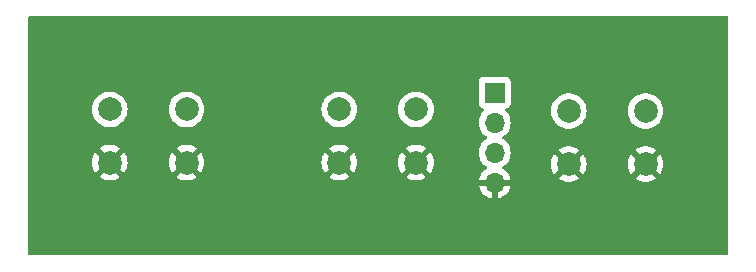
<source format=gbr>
%TF.GenerationSoftware,KiCad,Pcbnew,8.0.5*%
%TF.CreationDate,2025-05-30T10:51:23-05:00*%
%TF.ProjectId,ULACIT 2025 Button,554c4143-4954-4203-9230-323520427574,rev?*%
%TF.SameCoordinates,Original*%
%TF.FileFunction,Copper,L2,Bot*%
%TF.FilePolarity,Positive*%
%FSLAX46Y46*%
G04 Gerber Fmt 4.6, Leading zero omitted, Abs format (unit mm)*
G04 Created by KiCad (PCBNEW 8.0.5) date 2025-05-30 10:51:23*
%MOMM*%
%LPD*%
G01*
G04 APERTURE LIST*
%TA.AperFunction,ComponentPad*%
%ADD10C,2.000000*%
%TD*%
%TA.AperFunction,ComponentPad*%
%ADD11R,1.700000X1.700000*%
%TD*%
%TA.AperFunction,ComponentPad*%
%ADD12O,1.700000X1.700000*%
%TD*%
G04 APERTURE END LIST*
D10*
%TO.P,SW2,1,1*%
%TO.N,GND*%
X56209000Y-39588000D03*
X49709000Y-39588000D03*
%TO.P,SW2,2,2*%
%TO.N,Net-(J5-Pin_2)*%
X56209000Y-35088000D03*
X49709000Y-35088000D03*
%TD*%
%TO.P,SW3,1,1*%
%TO.N,GND*%
X75640000Y-39715000D03*
X69140000Y-39715000D03*
%TO.P,SW3,2,2*%
%TO.N,Net-(J5-Pin_3)*%
X75640000Y-35215000D03*
X69140000Y-35215000D03*
%TD*%
%TO.P,SW1,1,1*%
%TO.N,GND*%
X36778000Y-39588000D03*
X30278000Y-39588000D03*
%TO.P,SW1,2,2*%
%TO.N,Net-(J5-Pin_1)*%
X36778000Y-35088000D03*
X30278000Y-35088000D03*
%TD*%
D11*
%TO.P,J5,1,Pin_1*%
%TO.N,Net-(J5-Pin_1)*%
X62865000Y-33665000D03*
D12*
%TO.P,J5,2,Pin_2*%
%TO.N,Net-(J5-Pin_2)*%
X62865000Y-36205000D03*
%TO.P,J5,3,Pin_3*%
%TO.N,Net-(J5-Pin_3)*%
X62865000Y-38745000D03*
%TO.P,J5,4,Pin_4*%
%TO.N,GND*%
X62865000Y-41285000D03*
%TD*%
%TA.AperFunction,Conductor*%
%TO.N,GND*%
G36*
X82602139Y-27190185D02*
G01*
X82647894Y-27242989D01*
X82659100Y-27294500D01*
X82659100Y-47330700D01*
X82639415Y-47397739D01*
X82586611Y-47443494D01*
X82535100Y-47454700D01*
X23484500Y-47454700D01*
X23417461Y-47435015D01*
X23371706Y-47382211D01*
X23360500Y-47330700D01*
X23360500Y-39587994D01*
X28772859Y-39587994D01*
X28772859Y-39588005D01*
X28793385Y-39835729D01*
X28793387Y-39835738D01*
X28854412Y-40076717D01*
X28954266Y-40304364D01*
X29054564Y-40457882D01*
X29754212Y-39758234D01*
X29765482Y-39800292D01*
X29837890Y-39925708D01*
X29940292Y-40028110D01*
X30065708Y-40100518D01*
X30107765Y-40111787D01*
X29407942Y-40811609D01*
X29454768Y-40848055D01*
X29454770Y-40848056D01*
X29673385Y-40966364D01*
X29673396Y-40966369D01*
X29908506Y-41047083D01*
X30153707Y-41088000D01*
X30402293Y-41088000D01*
X30647493Y-41047083D01*
X30882603Y-40966369D01*
X30882614Y-40966364D01*
X31101228Y-40848057D01*
X31101231Y-40848055D01*
X31148056Y-40811609D01*
X30448234Y-40111787D01*
X30490292Y-40100518D01*
X30615708Y-40028110D01*
X30718110Y-39925708D01*
X30790518Y-39800292D01*
X30801787Y-39758235D01*
X31501434Y-40457882D01*
X31601731Y-40304369D01*
X31701587Y-40076717D01*
X31762612Y-39835738D01*
X31762614Y-39835729D01*
X31783141Y-39588005D01*
X31783141Y-39587994D01*
X35272859Y-39587994D01*
X35272859Y-39588005D01*
X35293385Y-39835729D01*
X35293387Y-39835738D01*
X35354412Y-40076717D01*
X35454266Y-40304364D01*
X35554564Y-40457882D01*
X36254212Y-39758234D01*
X36265482Y-39800292D01*
X36337890Y-39925708D01*
X36440292Y-40028110D01*
X36565708Y-40100518D01*
X36607765Y-40111787D01*
X35907942Y-40811609D01*
X35954768Y-40848055D01*
X35954770Y-40848056D01*
X36173385Y-40966364D01*
X36173396Y-40966369D01*
X36408506Y-41047083D01*
X36653707Y-41088000D01*
X36902293Y-41088000D01*
X37147493Y-41047083D01*
X37382603Y-40966369D01*
X37382614Y-40966364D01*
X37601228Y-40848057D01*
X37601231Y-40848055D01*
X37648056Y-40811609D01*
X36948234Y-40111787D01*
X36990292Y-40100518D01*
X37115708Y-40028110D01*
X37218110Y-39925708D01*
X37290518Y-39800292D01*
X37301787Y-39758234D01*
X38001434Y-40457882D01*
X38101731Y-40304369D01*
X38201587Y-40076717D01*
X38262612Y-39835738D01*
X38262614Y-39835729D01*
X38283141Y-39588005D01*
X38283141Y-39587994D01*
X48203859Y-39587994D01*
X48203859Y-39588005D01*
X48224385Y-39835729D01*
X48224387Y-39835738D01*
X48285412Y-40076717D01*
X48385266Y-40304364D01*
X48485564Y-40457882D01*
X49185212Y-39758234D01*
X49196482Y-39800292D01*
X49268890Y-39925708D01*
X49371292Y-40028110D01*
X49496708Y-40100518D01*
X49538765Y-40111787D01*
X48838942Y-40811609D01*
X48885768Y-40848055D01*
X48885770Y-40848056D01*
X49104385Y-40966364D01*
X49104396Y-40966369D01*
X49339506Y-41047083D01*
X49584707Y-41088000D01*
X49833293Y-41088000D01*
X50078493Y-41047083D01*
X50313603Y-40966369D01*
X50313614Y-40966364D01*
X50532228Y-40848057D01*
X50532231Y-40848055D01*
X50579056Y-40811609D01*
X49879234Y-40111787D01*
X49921292Y-40100518D01*
X50046708Y-40028110D01*
X50149110Y-39925708D01*
X50221518Y-39800292D01*
X50232787Y-39758235D01*
X50932434Y-40457882D01*
X51032731Y-40304369D01*
X51132587Y-40076717D01*
X51193612Y-39835738D01*
X51193614Y-39835729D01*
X51214141Y-39588005D01*
X51214141Y-39587994D01*
X54703859Y-39587994D01*
X54703859Y-39588005D01*
X54724385Y-39835729D01*
X54724387Y-39835738D01*
X54785412Y-40076717D01*
X54885266Y-40304364D01*
X54985564Y-40457882D01*
X55685212Y-39758234D01*
X55696482Y-39800292D01*
X55768890Y-39925708D01*
X55871292Y-40028110D01*
X55996708Y-40100518D01*
X56038765Y-40111787D01*
X55338942Y-40811609D01*
X55385768Y-40848055D01*
X55385770Y-40848056D01*
X55604385Y-40966364D01*
X55604396Y-40966369D01*
X55839506Y-41047083D01*
X56084707Y-41088000D01*
X56333293Y-41088000D01*
X56578493Y-41047083D01*
X56813603Y-40966369D01*
X56813614Y-40966364D01*
X57032228Y-40848057D01*
X57032231Y-40848055D01*
X57079056Y-40811609D01*
X56379234Y-40111787D01*
X56421292Y-40100518D01*
X56546708Y-40028110D01*
X56649110Y-39925708D01*
X56721518Y-39800292D01*
X56732787Y-39758235D01*
X57432434Y-40457882D01*
X57532731Y-40304369D01*
X57632587Y-40076717D01*
X57693612Y-39835738D01*
X57693614Y-39835729D01*
X57714141Y-39588005D01*
X57714141Y-39587994D01*
X57693614Y-39340270D01*
X57693612Y-39340261D01*
X57632587Y-39099282D01*
X57532731Y-38871630D01*
X57432434Y-38718116D01*
X56732787Y-39417764D01*
X56721518Y-39375708D01*
X56649110Y-39250292D01*
X56546708Y-39147890D01*
X56421292Y-39075482D01*
X56379235Y-39064212D01*
X57079057Y-38364390D01*
X57079056Y-38364389D01*
X57032229Y-38327943D01*
X56813614Y-38209635D01*
X56813603Y-38209630D01*
X56578493Y-38128916D01*
X56333293Y-38088000D01*
X56084707Y-38088000D01*
X55839506Y-38128916D01*
X55604396Y-38209630D01*
X55604390Y-38209632D01*
X55385761Y-38327949D01*
X55338942Y-38364388D01*
X55338942Y-38364390D01*
X56038765Y-39064212D01*
X55996708Y-39075482D01*
X55871292Y-39147890D01*
X55768890Y-39250292D01*
X55696482Y-39375708D01*
X55685212Y-39417764D01*
X54985564Y-38718116D01*
X54885267Y-38871632D01*
X54785412Y-39099282D01*
X54724387Y-39340261D01*
X54724385Y-39340270D01*
X54703859Y-39587994D01*
X51214141Y-39587994D01*
X51193614Y-39340270D01*
X51193612Y-39340261D01*
X51132587Y-39099282D01*
X51032731Y-38871630D01*
X50932434Y-38718116D01*
X50232787Y-39417764D01*
X50221518Y-39375708D01*
X50149110Y-39250292D01*
X50046708Y-39147890D01*
X49921292Y-39075482D01*
X49879235Y-39064212D01*
X50579057Y-38364390D01*
X50579056Y-38364389D01*
X50532229Y-38327943D01*
X50313614Y-38209635D01*
X50313603Y-38209630D01*
X50078493Y-38128916D01*
X49833293Y-38088000D01*
X49584707Y-38088000D01*
X49339506Y-38128916D01*
X49104396Y-38209630D01*
X49104390Y-38209632D01*
X48885761Y-38327949D01*
X48838942Y-38364388D01*
X48838942Y-38364390D01*
X49538765Y-39064212D01*
X49496708Y-39075482D01*
X49371292Y-39147890D01*
X49268890Y-39250292D01*
X49196482Y-39375708D01*
X49185212Y-39417764D01*
X48485564Y-38718116D01*
X48385267Y-38871632D01*
X48285412Y-39099282D01*
X48224387Y-39340261D01*
X48224385Y-39340270D01*
X48203859Y-39587994D01*
X38283141Y-39587994D01*
X38262614Y-39340270D01*
X38262612Y-39340261D01*
X38201587Y-39099282D01*
X38101731Y-38871630D01*
X38001434Y-38718116D01*
X37301787Y-39417764D01*
X37290518Y-39375708D01*
X37218110Y-39250292D01*
X37115708Y-39147890D01*
X36990292Y-39075482D01*
X36948235Y-39064212D01*
X37648057Y-38364390D01*
X37648056Y-38364389D01*
X37601229Y-38327943D01*
X37382614Y-38209635D01*
X37382603Y-38209630D01*
X37147493Y-38128916D01*
X36902293Y-38088000D01*
X36653707Y-38088000D01*
X36408506Y-38128916D01*
X36173396Y-38209630D01*
X36173390Y-38209632D01*
X35954761Y-38327949D01*
X35907942Y-38364388D01*
X35907942Y-38364390D01*
X36607765Y-39064212D01*
X36565708Y-39075482D01*
X36440292Y-39147890D01*
X36337890Y-39250292D01*
X36265482Y-39375708D01*
X36254212Y-39417764D01*
X35554564Y-38718116D01*
X35454267Y-38871632D01*
X35354412Y-39099282D01*
X35293387Y-39340261D01*
X35293385Y-39340270D01*
X35272859Y-39587994D01*
X31783141Y-39587994D01*
X31762614Y-39340270D01*
X31762612Y-39340261D01*
X31701587Y-39099282D01*
X31601731Y-38871630D01*
X31501434Y-38718116D01*
X30801787Y-39417764D01*
X30790518Y-39375708D01*
X30718110Y-39250292D01*
X30615708Y-39147890D01*
X30490292Y-39075482D01*
X30448235Y-39064212D01*
X31148057Y-38364390D01*
X31148056Y-38364389D01*
X31101229Y-38327943D01*
X30882614Y-38209635D01*
X30882603Y-38209630D01*
X30647493Y-38128916D01*
X30402293Y-38088000D01*
X30153707Y-38088000D01*
X29908506Y-38128916D01*
X29673396Y-38209630D01*
X29673390Y-38209632D01*
X29454761Y-38327949D01*
X29407942Y-38364388D01*
X29407942Y-38364390D01*
X30107765Y-39064212D01*
X30065708Y-39075482D01*
X29940292Y-39147890D01*
X29837890Y-39250292D01*
X29765482Y-39375708D01*
X29754212Y-39417764D01*
X29054564Y-38718116D01*
X28954267Y-38871632D01*
X28854412Y-39099282D01*
X28793387Y-39340261D01*
X28793385Y-39340270D01*
X28772859Y-39587994D01*
X23360500Y-39587994D01*
X23360500Y-35087994D01*
X28772357Y-35087994D01*
X28772357Y-35088005D01*
X28792890Y-35335812D01*
X28792892Y-35335824D01*
X28853936Y-35576881D01*
X28953826Y-35804606D01*
X29089833Y-36012782D01*
X29089836Y-36012785D01*
X29258256Y-36195738D01*
X29454491Y-36348474D01*
X29673190Y-36466828D01*
X29908386Y-36547571D01*
X30153665Y-36588500D01*
X30402335Y-36588500D01*
X30647614Y-36547571D01*
X30882810Y-36466828D01*
X31101509Y-36348474D01*
X31297744Y-36195738D01*
X31466164Y-36012785D01*
X31602173Y-35804607D01*
X31702063Y-35576881D01*
X31763108Y-35335821D01*
X31773119Y-35215005D01*
X31783643Y-35088005D01*
X31783643Y-35087994D01*
X35272357Y-35087994D01*
X35272357Y-35088005D01*
X35292890Y-35335812D01*
X35292892Y-35335824D01*
X35353936Y-35576881D01*
X35453826Y-35804606D01*
X35589833Y-36012782D01*
X35589836Y-36012785D01*
X35758256Y-36195738D01*
X35954491Y-36348474D01*
X36173190Y-36466828D01*
X36408386Y-36547571D01*
X36653665Y-36588500D01*
X36902335Y-36588500D01*
X37147614Y-36547571D01*
X37382810Y-36466828D01*
X37601509Y-36348474D01*
X37797744Y-36195738D01*
X37966164Y-36012785D01*
X38102173Y-35804607D01*
X38202063Y-35576881D01*
X38263108Y-35335821D01*
X38273119Y-35215005D01*
X38283643Y-35088005D01*
X38283643Y-35087994D01*
X48203357Y-35087994D01*
X48203357Y-35088005D01*
X48223890Y-35335812D01*
X48223892Y-35335824D01*
X48284936Y-35576881D01*
X48384826Y-35804606D01*
X48520833Y-36012782D01*
X48520836Y-36012785D01*
X48689256Y-36195738D01*
X48885491Y-36348474D01*
X49104190Y-36466828D01*
X49339386Y-36547571D01*
X49584665Y-36588500D01*
X49833335Y-36588500D01*
X50078614Y-36547571D01*
X50313810Y-36466828D01*
X50532509Y-36348474D01*
X50728744Y-36195738D01*
X50897164Y-36012785D01*
X51033173Y-35804607D01*
X51133063Y-35576881D01*
X51194108Y-35335821D01*
X51204119Y-35215005D01*
X51214643Y-35088005D01*
X51214643Y-35087994D01*
X54703357Y-35087994D01*
X54703357Y-35088005D01*
X54723890Y-35335812D01*
X54723892Y-35335824D01*
X54784936Y-35576881D01*
X54884826Y-35804606D01*
X55020833Y-36012782D01*
X55020836Y-36012785D01*
X55189256Y-36195738D01*
X55385491Y-36348474D01*
X55604190Y-36466828D01*
X55839386Y-36547571D01*
X56084665Y-36588500D01*
X56333335Y-36588500D01*
X56578614Y-36547571D01*
X56813810Y-36466828D01*
X57032509Y-36348474D01*
X57216845Y-36204999D01*
X61509341Y-36204999D01*
X61509341Y-36205000D01*
X61529936Y-36440403D01*
X61529938Y-36440413D01*
X61591094Y-36668655D01*
X61591096Y-36668659D01*
X61591097Y-36668663D01*
X61593852Y-36674571D01*
X61690965Y-36882830D01*
X61690967Y-36882834D01*
X61826501Y-37076395D01*
X61826506Y-37076402D01*
X61993597Y-37243493D01*
X61993603Y-37243498D01*
X62179158Y-37373425D01*
X62222783Y-37428002D01*
X62229977Y-37497500D01*
X62198454Y-37559855D01*
X62179158Y-37576575D01*
X61993597Y-37706505D01*
X61826505Y-37873597D01*
X61690965Y-38067169D01*
X61690964Y-38067171D01*
X61591098Y-38281335D01*
X61591094Y-38281344D01*
X61529938Y-38509586D01*
X61529936Y-38509596D01*
X61509341Y-38744999D01*
X61509341Y-38745000D01*
X61529936Y-38980403D01*
X61529938Y-38980413D01*
X61591094Y-39208655D01*
X61591096Y-39208659D01*
X61591097Y-39208663D01*
X61652467Y-39340270D01*
X61690965Y-39422830D01*
X61690967Y-39422834D01*
X61826501Y-39616395D01*
X61826506Y-39616402D01*
X61993597Y-39783493D01*
X61993603Y-39783498D01*
X62179594Y-39913730D01*
X62223219Y-39968307D01*
X62230413Y-40037805D01*
X62198890Y-40100160D01*
X62179595Y-40116880D01*
X61993922Y-40246890D01*
X61993920Y-40246891D01*
X61826891Y-40413920D01*
X61826886Y-40413926D01*
X61691400Y-40607420D01*
X61691399Y-40607422D01*
X61591570Y-40821507D01*
X61591567Y-40821513D01*
X61534364Y-41034999D01*
X61534364Y-41035000D01*
X62431988Y-41035000D01*
X62399075Y-41092007D01*
X62365000Y-41219174D01*
X62365000Y-41350826D01*
X62399075Y-41477993D01*
X62431988Y-41535000D01*
X61534364Y-41535000D01*
X61591567Y-41748486D01*
X61591570Y-41748492D01*
X61691399Y-41962578D01*
X61826894Y-42156082D01*
X61993917Y-42323105D01*
X62187421Y-42458600D01*
X62401507Y-42558429D01*
X62401516Y-42558433D01*
X62615000Y-42615634D01*
X62615000Y-41718012D01*
X62672007Y-41750925D01*
X62799174Y-41785000D01*
X62930826Y-41785000D01*
X63057993Y-41750925D01*
X63115000Y-41718012D01*
X63115000Y-42615633D01*
X63328483Y-42558433D01*
X63328492Y-42558429D01*
X63542578Y-42458600D01*
X63736082Y-42323105D01*
X63903105Y-42156082D01*
X64038600Y-41962578D01*
X64138429Y-41748492D01*
X64138432Y-41748486D01*
X64195636Y-41535000D01*
X63298012Y-41535000D01*
X63330925Y-41477993D01*
X63365000Y-41350826D01*
X63365000Y-41219174D01*
X63330925Y-41092007D01*
X63298012Y-41035000D01*
X64195636Y-41035000D01*
X64195635Y-41034999D01*
X64138432Y-40821513D01*
X64138429Y-40821507D01*
X64038600Y-40607422D01*
X64038599Y-40607420D01*
X63903113Y-40413926D01*
X63903108Y-40413920D01*
X63736078Y-40246890D01*
X63550405Y-40116879D01*
X63506780Y-40062302D01*
X63499588Y-39992804D01*
X63531110Y-39930449D01*
X63550406Y-39913730D01*
X63730811Y-39787409D01*
X63736401Y-39783495D01*
X63804902Y-39714994D01*
X67634859Y-39714994D01*
X67634859Y-39715005D01*
X67655385Y-39962729D01*
X67655387Y-39962738D01*
X67716412Y-40203717D01*
X67816266Y-40431364D01*
X67916564Y-40584882D01*
X68616212Y-39885234D01*
X68627482Y-39927292D01*
X68699890Y-40052708D01*
X68802292Y-40155110D01*
X68927708Y-40227518D01*
X68969765Y-40238787D01*
X68269942Y-40938609D01*
X68316768Y-40975055D01*
X68316770Y-40975056D01*
X68535385Y-41093364D01*
X68535396Y-41093369D01*
X68770506Y-41174083D01*
X69015707Y-41215000D01*
X69264293Y-41215000D01*
X69509493Y-41174083D01*
X69744603Y-41093369D01*
X69744614Y-41093364D01*
X69963228Y-40975057D01*
X69963231Y-40975055D01*
X70010056Y-40938609D01*
X69310234Y-40238787D01*
X69352292Y-40227518D01*
X69477708Y-40155110D01*
X69580110Y-40052708D01*
X69652518Y-39927292D01*
X69663787Y-39885234D01*
X70363434Y-40584882D01*
X70463731Y-40431369D01*
X70563587Y-40203717D01*
X70624612Y-39962738D01*
X70624614Y-39962729D01*
X70645141Y-39715005D01*
X70645141Y-39714994D01*
X74134859Y-39714994D01*
X74134859Y-39715005D01*
X74155385Y-39962729D01*
X74155387Y-39962738D01*
X74216412Y-40203717D01*
X74316266Y-40431364D01*
X74416564Y-40584882D01*
X75116212Y-39885234D01*
X75127482Y-39927292D01*
X75199890Y-40052708D01*
X75302292Y-40155110D01*
X75427708Y-40227518D01*
X75469765Y-40238787D01*
X74769942Y-40938609D01*
X74816768Y-40975055D01*
X74816770Y-40975056D01*
X75035385Y-41093364D01*
X75035396Y-41093369D01*
X75270506Y-41174083D01*
X75515707Y-41215000D01*
X75764293Y-41215000D01*
X76009493Y-41174083D01*
X76244603Y-41093369D01*
X76244614Y-41093364D01*
X76463228Y-40975057D01*
X76463231Y-40975055D01*
X76510056Y-40938609D01*
X75810234Y-40238787D01*
X75852292Y-40227518D01*
X75977708Y-40155110D01*
X76080110Y-40052708D01*
X76152518Y-39927292D01*
X76163787Y-39885234D01*
X76863434Y-40584882D01*
X76963731Y-40431369D01*
X77063587Y-40203717D01*
X77124612Y-39962738D01*
X77124614Y-39962729D01*
X77145141Y-39715005D01*
X77145141Y-39714994D01*
X77124614Y-39467270D01*
X77124612Y-39467261D01*
X77063587Y-39226282D01*
X76963731Y-38998630D01*
X76863434Y-38845116D01*
X76163787Y-39544764D01*
X76152518Y-39502708D01*
X76080110Y-39377292D01*
X75977708Y-39274890D01*
X75852292Y-39202482D01*
X75810235Y-39191212D01*
X76510057Y-38491390D01*
X76510056Y-38491389D01*
X76463229Y-38454943D01*
X76244614Y-38336635D01*
X76244603Y-38336630D01*
X76009493Y-38255916D01*
X75764293Y-38215000D01*
X75515707Y-38215000D01*
X75270506Y-38255916D01*
X75035396Y-38336630D01*
X75035390Y-38336632D01*
X74816761Y-38454949D01*
X74769942Y-38491388D01*
X74769942Y-38491390D01*
X75469765Y-39191212D01*
X75427708Y-39202482D01*
X75302292Y-39274890D01*
X75199890Y-39377292D01*
X75127482Y-39502708D01*
X75116212Y-39544764D01*
X74416564Y-38845116D01*
X74316267Y-38998632D01*
X74216412Y-39226282D01*
X74155387Y-39467261D01*
X74155385Y-39467270D01*
X74134859Y-39714994D01*
X70645141Y-39714994D01*
X70624614Y-39467270D01*
X70624612Y-39467261D01*
X70563587Y-39226282D01*
X70463731Y-38998630D01*
X70363434Y-38845116D01*
X69663787Y-39544764D01*
X69652518Y-39502708D01*
X69580110Y-39377292D01*
X69477708Y-39274890D01*
X69352292Y-39202482D01*
X69310235Y-39191212D01*
X70010057Y-38491390D01*
X70010056Y-38491389D01*
X69963229Y-38454943D01*
X69744614Y-38336635D01*
X69744603Y-38336630D01*
X69509493Y-38255916D01*
X69264293Y-38215000D01*
X69015707Y-38215000D01*
X68770506Y-38255916D01*
X68535396Y-38336630D01*
X68535390Y-38336632D01*
X68316761Y-38454949D01*
X68269942Y-38491388D01*
X68269942Y-38491390D01*
X68969765Y-39191212D01*
X68927708Y-39202482D01*
X68802292Y-39274890D01*
X68699890Y-39377292D01*
X68627482Y-39502708D01*
X68616212Y-39544764D01*
X67916564Y-38845116D01*
X67816267Y-38998632D01*
X67716412Y-39226282D01*
X67655387Y-39467261D01*
X67655385Y-39467270D01*
X67634859Y-39714994D01*
X63804902Y-39714994D01*
X63903495Y-39616401D01*
X64039035Y-39422830D01*
X64138903Y-39208663D01*
X64200063Y-38980408D01*
X64220659Y-38745000D01*
X64200063Y-38509592D01*
X64153626Y-38336285D01*
X64138905Y-38281344D01*
X64138904Y-38281343D01*
X64138903Y-38281337D01*
X64039035Y-38067171D01*
X63903495Y-37873599D01*
X63903494Y-37873597D01*
X63736402Y-37706506D01*
X63736396Y-37706501D01*
X63550842Y-37576575D01*
X63507217Y-37521998D01*
X63500023Y-37452500D01*
X63531546Y-37390145D01*
X63550842Y-37373425D01*
X63573026Y-37357891D01*
X63736401Y-37243495D01*
X63903495Y-37076401D01*
X64039035Y-36882830D01*
X64138903Y-36668663D01*
X64200063Y-36440408D01*
X64220659Y-36205000D01*
X64200063Y-35969592D01*
X64138903Y-35741337D01*
X64039035Y-35527171D01*
X63903495Y-35333599D01*
X63784890Y-35214994D01*
X67634357Y-35214994D01*
X67634357Y-35215005D01*
X67654890Y-35462812D01*
X67654892Y-35462824D01*
X67715936Y-35703881D01*
X67815826Y-35931606D01*
X67951833Y-36139782D01*
X67951836Y-36139785D01*
X68120256Y-36322738D01*
X68316491Y-36475474D01*
X68535190Y-36593828D01*
X68770386Y-36674571D01*
X69015665Y-36715500D01*
X69264335Y-36715500D01*
X69509614Y-36674571D01*
X69744810Y-36593828D01*
X69963509Y-36475474D01*
X70159744Y-36322738D01*
X70328164Y-36139785D01*
X70464173Y-35931607D01*
X70564063Y-35703881D01*
X70625108Y-35462821D01*
X70625109Y-35462812D01*
X70645643Y-35215005D01*
X70645643Y-35214994D01*
X74134357Y-35214994D01*
X74134357Y-35215005D01*
X74154890Y-35462812D01*
X74154892Y-35462824D01*
X74215936Y-35703881D01*
X74315826Y-35931606D01*
X74451833Y-36139782D01*
X74451836Y-36139785D01*
X74620256Y-36322738D01*
X74816491Y-36475474D01*
X75035190Y-36593828D01*
X75270386Y-36674571D01*
X75515665Y-36715500D01*
X75764335Y-36715500D01*
X76009614Y-36674571D01*
X76244810Y-36593828D01*
X76463509Y-36475474D01*
X76659744Y-36322738D01*
X76828164Y-36139785D01*
X76964173Y-35931607D01*
X77064063Y-35703881D01*
X77125108Y-35462821D01*
X77125109Y-35462812D01*
X77145643Y-35215005D01*
X77145643Y-35214994D01*
X77125109Y-34967187D01*
X77125107Y-34967175D01*
X77064063Y-34726118D01*
X76964173Y-34498393D01*
X76828166Y-34290217D01*
X76806557Y-34266744D01*
X76659744Y-34107262D01*
X76463509Y-33954526D01*
X76463507Y-33954525D01*
X76463506Y-33954524D01*
X76244811Y-33836172D01*
X76244802Y-33836169D01*
X76009616Y-33755429D01*
X75764335Y-33714500D01*
X75515665Y-33714500D01*
X75270383Y-33755429D01*
X75035197Y-33836169D01*
X75035188Y-33836172D01*
X74816493Y-33954524D01*
X74620257Y-34107261D01*
X74451833Y-34290217D01*
X74315826Y-34498393D01*
X74215936Y-34726118D01*
X74154892Y-34967175D01*
X74154890Y-34967187D01*
X74134357Y-35214994D01*
X70645643Y-35214994D01*
X70625109Y-34967187D01*
X70625107Y-34967175D01*
X70564063Y-34726118D01*
X70464173Y-34498393D01*
X70328166Y-34290217D01*
X70306557Y-34266744D01*
X70159744Y-34107262D01*
X69963509Y-33954526D01*
X69963507Y-33954525D01*
X69963506Y-33954524D01*
X69744811Y-33836172D01*
X69744802Y-33836169D01*
X69509616Y-33755429D01*
X69264335Y-33714500D01*
X69015665Y-33714500D01*
X68770383Y-33755429D01*
X68535197Y-33836169D01*
X68535188Y-33836172D01*
X68316493Y-33954524D01*
X68120257Y-34107261D01*
X67951833Y-34290217D01*
X67815826Y-34498393D01*
X67715936Y-34726118D01*
X67654892Y-34967175D01*
X67654890Y-34967187D01*
X67634357Y-35214994D01*
X63784890Y-35214994D01*
X63781567Y-35211671D01*
X63748084Y-35150351D01*
X63753068Y-35080659D01*
X63794939Y-35024725D01*
X63825915Y-35007810D01*
X63957331Y-34958796D01*
X64072546Y-34872546D01*
X64158796Y-34757331D01*
X64209091Y-34622483D01*
X64215500Y-34562873D01*
X64215499Y-32767128D01*
X64209091Y-32707517D01*
X64158796Y-32572669D01*
X64158795Y-32572668D01*
X64158793Y-32572664D01*
X64072547Y-32457455D01*
X64072544Y-32457452D01*
X63957335Y-32371206D01*
X63957328Y-32371202D01*
X63822482Y-32320908D01*
X63822483Y-32320908D01*
X63762883Y-32314501D01*
X63762881Y-32314500D01*
X63762873Y-32314500D01*
X63762864Y-32314500D01*
X61967129Y-32314500D01*
X61967123Y-32314501D01*
X61907516Y-32320908D01*
X61772671Y-32371202D01*
X61772664Y-32371206D01*
X61657455Y-32457452D01*
X61657452Y-32457455D01*
X61571206Y-32572664D01*
X61571202Y-32572671D01*
X61520908Y-32707517D01*
X61514501Y-32767116D01*
X61514501Y-32767123D01*
X61514500Y-32767135D01*
X61514500Y-34562870D01*
X61514501Y-34562876D01*
X61520908Y-34622483D01*
X61571202Y-34757328D01*
X61571206Y-34757335D01*
X61657452Y-34872544D01*
X61657455Y-34872547D01*
X61772664Y-34958793D01*
X61772671Y-34958797D01*
X61904081Y-35007810D01*
X61960015Y-35049681D01*
X61984432Y-35115145D01*
X61969580Y-35183418D01*
X61948430Y-35211673D01*
X61826503Y-35333600D01*
X61690965Y-35527169D01*
X61690964Y-35527171D01*
X61591098Y-35741335D01*
X61591094Y-35741344D01*
X61529938Y-35969586D01*
X61529936Y-35969596D01*
X61509341Y-36204999D01*
X57216845Y-36204999D01*
X57228744Y-36195738D01*
X57397164Y-36012785D01*
X57533173Y-35804607D01*
X57633063Y-35576881D01*
X57694108Y-35335821D01*
X57704119Y-35215005D01*
X57714643Y-35088005D01*
X57714643Y-35087994D01*
X57694109Y-34840187D01*
X57694107Y-34840175D01*
X57633063Y-34599118D01*
X57533173Y-34371393D01*
X57397166Y-34163217D01*
X57375557Y-34139744D01*
X57228744Y-33980262D01*
X57032509Y-33827526D01*
X57032507Y-33827525D01*
X57032506Y-33827524D01*
X56813811Y-33709172D01*
X56813802Y-33709169D01*
X56578616Y-33628429D01*
X56333335Y-33587500D01*
X56084665Y-33587500D01*
X55839383Y-33628429D01*
X55604197Y-33709169D01*
X55604188Y-33709172D01*
X55385493Y-33827524D01*
X55189257Y-33980261D01*
X55020833Y-34163217D01*
X54884826Y-34371393D01*
X54784936Y-34599118D01*
X54723892Y-34840175D01*
X54723890Y-34840187D01*
X54703357Y-35087994D01*
X51214643Y-35087994D01*
X51194109Y-34840187D01*
X51194107Y-34840175D01*
X51133063Y-34599118D01*
X51033173Y-34371393D01*
X50897166Y-34163217D01*
X50875557Y-34139744D01*
X50728744Y-33980262D01*
X50532509Y-33827526D01*
X50532507Y-33827525D01*
X50532506Y-33827524D01*
X50313811Y-33709172D01*
X50313802Y-33709169D01*
X50078616Y-33628429D01*
X49833335Y-33587500D01*
X49584665Y-33587500D01*
X49339383Y-33628429D01*
X49104197Y-33709169D01*
X49104188Y-33709172D01*
X48885493Y-33827524D01*
X48689257Y-33980261D01*
X48520833Y-34163217D01*
X48384826Y-34371393D01*
X48284936Y-34599118D01*
X48223892Y-34840175D01*
X48223890Y-34840187D01*
X48203357Y-35087994D01*
X38283643Y-35087994D01*
X38263109Y-34840187D01*
X38263107Y-34840175D01*
X38202063Y-34599118D01*
X38102173Y-34371393D01*
X37966166Y-34163217D01*
X37944557Y-34139744D01*
X37797744Y-33980262D01*
X37601509Y-33827526D01*
X37601507Y-33827525D01*
X37601506Y-33827524D01*
X37382811Y-33709172D01*
X37382802Y-33709169D01*
X37147616Y-33628429D01*
X36902335Y-33587500D01*
X36653665Y-33587500D01*
X36408383Y-33628429D01*
X36173197Y-33709169D01*
X36173188Y-33709172D01*
X35954493Y-33827524D01*
X35758257Y-33980261D01*
X35589833Y-34163217D01*
X35453826Y-34371393D01*
X35353936Y-34599118D01*
X35292892Y-34840175D01*
X35292890Y-34840187D01*
X35272357Y-35087994D01*
X31783643Y-35087994D01*
X31763109Y-34840187D01*
X31763107Y-34840175D01*
X31702063Y-34599118D01*
X31602173Y-34371393D01*
X31466166Y-34163217D01*
X31444557Y-34139744D01*
X31297744Y-33980262D01*
X31101509Y-33827526D01*
X31101507Y-33827525D01*
X31101506Y-33827524D01*
X30882811Y-33709172D01*
X30882802Y-33709169D01*
X30647616Y-33628429D01*
X30402335Y-33587500D01*
X30153665Y-33587500D01*
X29908383Y-33628429D01*
X29673197Y-33709169D01*
X29673188Y-33709172D01*
X29454493Y-33827524D01*
X29258257Y-33980261D01*
X29089833Y-34163217D01*
X28953826Y-34371393D01*
X28853936Y-34599118D01*
X28792892Y-34840175D01*
X28792890Y-34840187D01*
X28772357Y-35087994D01*
X23360500Y-35087994D01*
X23360500Y-27294500D01*
X23380185Y-27227461D01*
X23432989Y-27181706D01*
X23484500Y-27170500D01*
X82535100Y-27170500D01*
X82602139Y-27190185D01*
G37*
%TD.AperFunction*%
%TD*%
M02*

</source>
